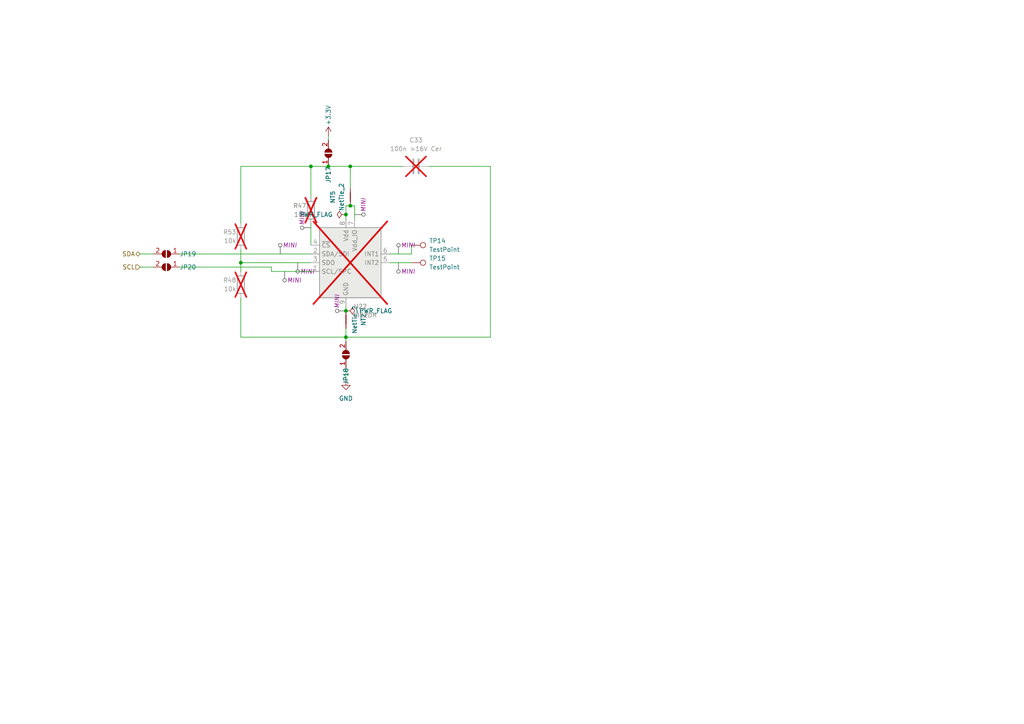
<source format=kicad_sch>
(kicad_sch (version 20231120) (generator "eeschema") (generator_version "8.0")
  (paper "A4")
  (lib_symbols
    (symbol "Connector:TestPoint" (pin_numbers hide) (pin_names (offset 0.762) hide)
      (property "Reference" "TP" (at 0 6.858 0))
      (property "Value" "TestPoint" (at 0 5.08 0))
      (symbol "TestPoint_0_1"
        (circle (center 0 3.302) (radius 0.762))
      )
      (symbol "TestPoint_1_1"
        (pin passive line (at 0 0 90) (length 2.54) (name "1") (number "1"))
      )
    )
    (symbol "Device:C" (pin_numbers hide) (pin_names (offset 0.254))
      (property "Reference" "C" (at 0.635 2.54 0))
      (property "Value" "C" (at 0.635 -2.54 0))
      (symbol "C_0_1"
        (polyline (pts (xy -2.032 -0.762) (xy 2.032 -0.762)) (stroke (width 0.508)))
        (polyline (pts (xy -2.032 0.762) (xy 2.032 0.762)) (stroke (width 0.508)))
      )
      (symbol "C_1_1"
        (pin passive line (at 0 3.81 270) (length 2.794) (name "~") (number "1"))
        (pin passive line (at 0 -3.81 90) (length 2.794) (name "~") (number "2"))
      )
    )
    (symbol "Device:NetTie_2" (pin_numbers hide) (pin_names (offset 0) hide) (in_bom no)
      (property "Reference" "NT" (at 0 1.27 0))
      (property "Value" "NetTie_2" (at 0 -1.27 0))
      (symbol "NetTie_2_0_1"
        (polyline (pts (xy -1.27 0) (xy 1.27 0)) (stroke (width 0.254)))
      )
      (symbol "NetTie_2_1_1"
        (pin passive line (at -2.54 0 0) (length 2.54) (name "1") (number "1"))
        (pin passive line (at 2.54 0 180) (length 2.54) (name "2") (number "2"))
      )
    )
    (symbol "Device:R" (pin_numbers hide) (pin_names (offset 0))
      (property "Reference" "R" (at 2.032 0 90))
      (property "Value" "R" (at 0 0 90))
      (symbol "R_0_1"
        (rectangle (start -1.016 -2.54) (end 1.016 2.54) (stroke (width 0.254)))
      )
      (symbol "R_1_1"
        (pin passive line (at 0 3.81 270) (length 1.27) (name "~") (number "1"))
        (pin passive line (at 0 -3.81 90) (length 1.27) (name "~") (number "2"))
      )
    )
    (symbol "Jumper:SolderJumper_2_Open" (pin_names (offset 0) hide)
      (property "Reference" "JP" (at 0 2.032 0))
      (property "Value" "SolderJumper_2_Open" (at 0 -2.54 0))
      (symbol "SolderJumper_2_Open_0_1"
        (arc (start -0.254 1.016) (mid -1.2656 0) (end -0.254 -1.016))
        (arc (start -0.254 1.016) (mid -1.2656 0) (end -0.254 -1.016) (fill (type outline)))
        (polyline (pts (xy -0.254 1.016) (xy -0.254 -1.016)))
        (polyline (pts (xy 0.254 1.016) (xy 0.254 -1.016)))
        (arc (start 0.254 -1.016) (mid 1.2656 0) (end 0.254 1.016))
        (arc (start 0.254 -1.016) (mid 1.2656 0) (end 0.254 1.016) (fill (type outline)))
      )
      (symbol "SolderJumper_2_Open_1_1"
        (pin passive line (at -3.81 0 0) (length 2.54) (name "A") (number "1"))
        (pin passive line (at 3.81 0 180) (length 2.54) (name "B") (number "2"))
      )
    )
    (symbol "Sensor_Motion:LIS2DH"
      (property "Reference" "U" (at -8.89 11.43 0))
      (property "Value" "LIS2DH" (at 3.81 11.43 0))
      (symbol "LIS2DH_0_1"
        (rectangle (start -7.62 10.16) (end 10.16 -10.16) (stroke (width 0.254)) (fill (type background)))
      )
      (symbol "LIS2DH_1_1"
        (pin input line (at -10.16 -2.54 0) (length 2.54) (name "SCL/SPC") (number "1"))
        (pin passive line (at 0 -12.7 90) (length 2.54) hide (name "GND") (number "10"))
        (pin passive line (at 0 -12.7 90) (length 2.54) hide (name "GND") (number "11"))
        (pin passive line (at 0 -12.7 90) (length 2.54) hide (name "GND") (number "12"))
        (pin passive line (at 0 -12.7 90) (length 2.54) hide (name "GND") (number "13"))
        (pin passive line (at 0 -12.7 90) (length 2.54) hide (name "GND") (number "14"))
        (pin bidirectional line (at -10.16 2.54 0) (length 2.54) (name "SDA/SDI") (number "2"))
        (pin output line (at -10.16 0 0) (length 2.54) (name "SDO") (number "3"))
        (pin input line (at -10.16 5.08 0) (length 2.54) (name "~{CS}") (number "4"))
        (pin output line (at 12.7 0 180) (length 2.54) (name "INT2") (number "5"))
        (pin output line (at 12.7 2.54 180) (length 2.54) (name "INT1") (number "6"))
        (pin power_in line (at 2.54 12.7 270) (length 2.54) (name "Vdd_IO") (number "7"))
        (pin power_in line (at 0 12.7 270) (length 2.54) (name "Vdd") (number "8"))
        (pin power_in line (at 0 -12.7 90) (length 2.54) (name "GND") (number "9"))
      )
    )
    (symbol "power:+3.3V" (power) (pin_names (offset 0))
      (property "Value" "+3.3V" (at 0 3.556 0))
      (symbol "+3.3V_0_1"
        (polyline (pts (xy -0.762 1.27) (xy 0 2.54)))
        (polyline (pts (xy 0 0) (xy 0 2.54)))
        (polyline (pts (xy 0 2.54) (xy 0.762 1.27)))
      )
      (symbol "+3.3V_1_1"
        (pin power_in line (at 0 0 90) (length 0) hide (name "+3.3V") (number "1"))
      )
    )
    (symbol "power:GND" (power) (pin_names (offset 0))
      (property "Value" "GND" (at 0 -3.81 0))
      (symbol "GND_0_1"
        (polyline (pts (xy 0 0) (xy 0 -1.27) (xy 1.27 -1.27) (xy 0 -2.54) (xy -1.27 -1.27) (xy 0 -1.27)))
      )
      (symbol "GND_1_1"
        (pin power_in line (at 0 0 270) (length 0) hide (name "GND") (number "1"))
      )
    )
    (symbol "power:PWR_FLAG" (power) (pin_numbers hide) (pin_names (offset 0) hide)
      (property "Value" "PWR_FLAG" (at 0 3.81 0))
      (symbol "PWR_FLAG_0_0"
        (pin power_out line (at 0 0 90) (length 0) (name "pwr") (number "1"))
      )
      (symbol "PWR_FLAG_0_1"
        (polyline (pts (xy 0 0) (xy 0 1.27) (xy -1.016 1.905) (xy 0 2.54) (xy 1.016 1.905) (xy 0 1.27)))
      )
    )
  )
  (junction (at 69.85 76.2))
  (junction (at 100.33 90.17))
  (junction (at 95.25 48.26))
  (junction (at 100.33 97.79))
  (junction (at 100.33 62.23))
  (junction (at 101.6 48.26))
  (junction (at 101.6 59.69))
  (junction (at 90.17 48.26))
  (wire (pts (xy 90.17 64.77) (xy 90.17 71.12)))
  (wire (pts (xy 90.17 57.15) (xy 90.17 48.26)))
  (wire (pts (xy 69.85 97.79) (xy 100.33 97.79)))
  (wire (pts (xy 69.85 76.2) (xy 69.85 72.39)))
  (wire (pts (xy 40.64 73.66) (xy 44.45 73.66)))
  (wire (pts (xy 40.64 77.47) (xy 44.45 77.47)))
  (wire (pts (xy 100.33 59.69) (xy 100.33 62.23)))
  (wire (pts (xy 69.85 64.77) (xy 69.85 48.26)))
  (wire (pts (xy 113.03 76.2) (xy 119.38 76.2)))
  (wire (pts (xy 100.33 97.79) (xy 100.33 99.06)))
  (wire (pts (xy 78.74 78.74) (xy 78.74 77.47)))
  (wire (pts (xy 100.33 106.68) (xy 100.33 110.49)))
  (wire (pts (xy 52.07 73.66) (xy 90.17 73.66)))
  (wire (pts (xy 95.25 39.37) (xy 95.25 40.64)))
  (wire (pts (xy 113.03 73.66) (xy 119.38 73.66)))
  (wire (pts (xy 101.6 48.26) (xy 101.6 54.61)))
  (wire (pts (xy 69.85 76.2) (xy 69.85 78.74)))
  (wire (pts (xy 101.6 48.26) (xy 116.84 48.26)))
  (wire (pts (xy 95.25 48.26) (xy 101.6 48.26)))
  (wire (pts (xy 100.33 95.25) (xy 100.33 97.79)))
  (wire (pts (xy 90.17 76.2) (xy 69.85 76.2)))
  (wire (pts (xy 102.87 63.5) (xy 102.87 59.69)))
  (wire (pts (xy 124.46 48.26) (xy 142.24 48.26)))
  (wire (pts (xy 101.6 59.69) (xy 100.33 59.69)))
  (wire (pts (xy 100.33 97.79) (xy 142.24 97.79)))
  (wire (pts (xy 69.85 48.26) (xy 90.17 48.26)))
  (wire (pts (xy 90.17 48.26) (xy 95.25 48.26)))
  (wire (pts (xy 119.38 73.66) (xy 119.38 71.12)))
  (wire (pts (xy 102.87 59.69) (xy 101.6 59.69)))
  (wire (pts (xy 69.85 86.36) (xy 69.85 97.79)))
  (wire (pts (xy 52.07 77.47) (xy 78.74 77.47)))
  (wire (pts (xy 100.33 62.23) (xy 100.33 63.5)))
  (wire (pts (xy 90.17 78.74) (xy 78.74 78.74)))
  (wire (pts (xy 100.33 90.17) (xy 100.33 88.9)))
  (wire (pts (xy 142.24 48.26) (xy 142.24 97.79)))
  (hierarchical_label "SDA" (shape bidirectional) (at 40.64 73.66 180))
  (hierarchical_label "SCL" (shape input) (at 40.64 77.47 180))
  (netclass_flag "" (length 2.54) (shape round) (at 81.28 73.66 0) (property "Netclass" "MINI" (at 81.9785 71.12 0) (effects (font (italic yes)) (justify left))))
  (netclass_flag "" (length 2.54) (shape round) (at 90.17 66.04 90) (property "Netclass" "MINI" (at 87.63 65.3415 90) (effects (font (italic yes)) (justify left))))
  (netclass_flag "" (length 2.54) (shape round) (at 86.36 76.2 180) (property "Netclass" "MINI" (at 87.0585 78.74 0) (effects (font (italic yes)) (justify left))))
  (netclass_flag "" (length 2.54) (shape round) (at 115.57 73.66 0) (property "Netclass" "MINI" (at 116.2685 71.12 0) (effects (font (italic yes)) (justify left))))
  (netclass_flag "" (length 2.54) (shape round) (at 115.57 76.2 180) (property "Netclass" "MINI" (at 116.2685 78.74 0) (effects (font (italic yes)) (justify left))))
  (netclass_flag "" (length 2.54) (shape round) (at 100.33 90.17 90) (property "Netclass" "MINI" (at 97.79 89.4715 90) (effects (font (italic yes)) (justify left))))
  (netclass_flag "" (length 2.54) (shape round) (at 102.87 62.23 270) (property "Netclass" "MINI" (at 105.41 61.5315 90) (effects (font (italic yes)) (justify left))))
  (netclass_flag "" (length 2.54) (shape round) (at 82.55 78.74 180) (property "Netclass" "MINI" (at 83.2485 81.28 0) (effects (font (italic yes)) (justify left))))
  (symbol (lib_id "Connector:TestPoint") (at 119.38 71.12 270) (unit 1)
    (property "Reference" "TP14" (at 124.46 69.85 90) (effects (justify left)))
    (property "Value" "TestPoint" (at 124.46 72.39 90) (effects (justify left)))
    (property "Footprint" "Xaar-Driver:TestPoint_Pad_D1.5mm" (effects (hide yes)))
    (property "Supplier" "None" (effects (hide yes)))
    (property "Funktion" "Q1_Gate" (effects (hide yes)))
  )
  (symbol (lib_id "power:+3.3V") (at 95.25 39.37 0) (mirror y) (unit 1)
    (property "Reference" "#PWR081" (effects (hide yes)))
    (property "Value" "+3.3V" (at 95.25 30.48 90) (effects (justify right)))
  )
  (symbol (lib_id "Device:R") (at 90.17 60.96 180) (unit 1) (dnp yes)
    (property "Reference" "R47" (at 88.9 59.69 0) (effects (justify left)))
    (property "Value" "10k" (at 88.9 62.23 0) (effects (justify left)))
    (property "Footprint" "Resistor_SMD:R_0603_1608Metric_Pad0.98x0.95mm_HandSolder" (effects (hide yes)))
    (property "Supplier" "Elektroplatz" (effects (hide yes)))
  )
  (symbol (lib_id "Jumper:SolderJumper_2_Open") (at 48.26 73.66 180) (unit 1)
    (property "Reference" "JP19" (at 52.07 73.66 0) (effects (justify right)))
    (property "Value" "SolderJumper_2_Open" (effects (hide yes)))
    (property "Footprint" "Resistor_SMD:R_0603_1608Metric_Pad0.98x0.95mm_HandSolder" (effects (hide yes)))
    (property "Supplier" "None" (effects (hide yes)))
    (property "Funktion" "Connect ACC" (effects (hide yes)))
  )
  (symbol (lib_id "power:PWR_FLAG") (at 100.33 62.23 90) (unit 1)
    (property "Reference" "#FLG03" (effects (hide yes)))
    (property "Value" "PWR_FLAG" (at 96.52 62.23 90) (effects (justify left)))
  )
  (symbol (lib_id "Device:R") (at 69.85 68.58 180) (unit 1) (dnp yes)
    (property "Reference" "R53" (at 68.58 67.31 0) (effects (justify left)))
    (property "Value" "10k" (at 68.58 69.85 0) (effects (justify left)))
    (property "Footprint" "Resistor_SMD:R_0603_1608Metric_Pad0.98x0.95mm_HandSolder" (effects (hide yes)))
    (property "Supplier" "Elektroplatz" (effects (hide yes)))
  )
  (symbol (lib_id "Device:NetTie_2") (at 101.6 57.15 90) (unit 1) (in_bom no)
    (property "Reference" "NT5" (at 96.52 57.15 0))
    (property "Value" "NetTie_2" (at 99.06 57.15 0))
    (property "Footprint" "NetTie:NetTie-2_SMD_Pad0.5mm" (effects (hide yes)))
    (property "Supplier" "None" (effects (hide yes)))
  )
  (symbol (lib_id "Jumper:SolderJumper_2_Open") (at 100.33 102.87 90) (unit 1)
    (property "Reference" "JP18" (at 100.33 106.68 0) (effects (justify right)))
    (property "Value" "SolderJumper_2_Open" (effects (hide yes)))
    (property "Footprint" "Resistor_SMD:R_0603_1608Metric_Pad0.98x0.95mm_HandSolder" (effects (hide yes)))
    (property "Supplier" "None" (effects (hide yes)))
    (property "Funktion" "Connect ACC" (effects (hide yes)))
  )
  (symbol (lib_id "power:GND") (at 100.33 110.49 0) (mirror y) (unit 1)
    (property "Reference" "#PWR090" (effects (hide yes)))
    (property "Value" "GND" (at 100.33 115.57 0))
  )
  (symbol (lib_id "power:PWR_FLAG") (at 100.33 90.17 270) (unit 1)
    (property "Reference" "#FLG02" (effects (hide yes)))
    (property "Value" "PWR_FLAG" (at 104.14 90.17 90) (effects (justify left)))
  )
  (symbol (lib_id "Device:NetTie_2") (at 100.33 92.71 270) (unit 1) (in_bom no)
    (property "Reference" "NT2" (at 105.41 92.71 0))
    (property "Value" "NetTie_2" (at 102.87 92.71 0))
    (property "Footprint" "NetTie:NetTie-2_SMD_Pad0.5mm" (effects (hide yes)))
    (property "Supplier" "None" (effects (hide yes)))
  )
  (symbol (lib_id "Sensor_Motion:LIS2DH") (at 100.33 76.2 0) (unit 1) (dnp yes)
    (property "Reference" "U22" (at 102.5241 88.9 0) (effects (justify left)))
    (property "Value" "LIS2DH" (at 102.5241 91.44 0) (effects (justify left)))
    (property "Footprint" "Package_LGA:LGA-14_2x2mm_P0.35mm_LayoutBorder3x4y" (effects (hide yes)))
    (property "Datasheet" "http://www.st.com/web/en/resource/technical/document/datasheet/DM00042751.pdf" (effects (hide yes)))
    (property "Supplier" "None" (effects (hide yes)))
  )
  (symbol (lib_id "Jumper:SolderJumper_2_Open") (at 95.25 44.45 90) (unit 1)
    (property "Reference" "JP17" (at 95.25 48.26 0) (effects (justify right)))
    (property "Value" "SolderJumper_2_Open" (effects (hide yes)))
    (property "Footprint" "Resistor_SMD:R_0603_1608Metric_Pad0.98x0.95mm_HandSolder" (effects (hide yes)))
    (property "Supplier" "None" (effects (hide yes)))
    (property "Funktion" "Connect ACC" (effects (hide yes)))
  )
  (symbol (lib_id "Device:C") (at 120.65 48.26 90) (unit 1) (dnp yes)
    (property "Reference" "C33" (at 120.65 40.64 90))
    (property "Value" "100n >16V Cer" (at 120.65 43.18 90))
    (property "Footprint" "Capacitor_SMD:C_0603_1608Metric_Pad1.08x0.95mm_HandSolder" (effects (hide yes)))
    (property "Supplier" "Elektroplatz" (effects (hide yes)))
  )
  (symbol (lib_id "Connector:TestPoint") (at 119.38 76.2 270) (unit 1)
    (property "Reference" "TP15" (at 124.46 74.93 90) (effects (justify left)))
    (property "Value" "TestPoint" (at 124.46 77.47 90) (effects (justify left)))
    (property "Footprint" "Xaar-Driver:TestPoint_Pad_D1.5mm" (effects (hide yes)))
    (property "Supplier" "None" (effects (hide yes)))
    (property "Funktion" "Q1_Gate" (effects (hide yes)))
  )
  (symbol (lib_id "Device:R") (at 69.85 82.55 180) (unit 1) (dnp yes)
    (property "Reference" "R48" (at 68.58 81.28 0) (effects (justify left)))
    (property "Value" "10k" (at 68.58 83.82 0) (effects (justify left)))
    (property "Footprint" "Resistor_SMD:R_0603_1608Metric_Pad0.98x0.95mm_HandSolder" (effects (hide yes)))
    (property "Supplier" "Elektroplatz" (effects (hide yes)))
  )
  (symbol (lib_id "Jumper:SolderJumper_2_Open") (at 48.26 77.47 180) (unit 1)
    (property "Reference" "JP20" (at 52.07 77.47 0) (effects (justify right)))
    (property "Value" "SolderJumper_2_Open" (effects (hide yes)))
    (property "Footprint" "Resistor_SMD:R_0603_1608Metric_Pad0.98x0.95mm_HandSolder" (effects (hide yes)))
    (property "Supplier" "None" (effects (hide yes)))
    (property "Funktion" "Connect ACC" (effects (hide yes)))
  )
)
</source>
